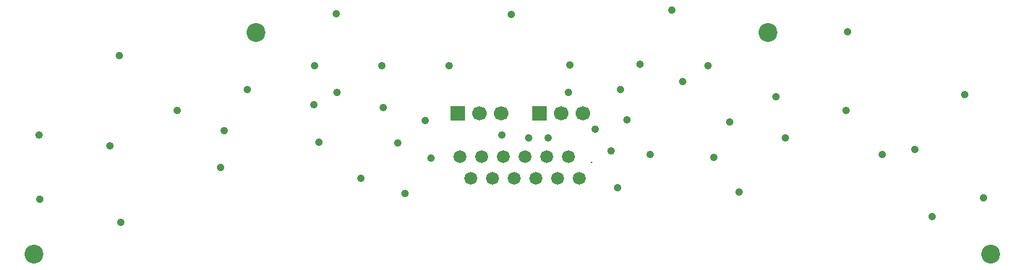
<source format=gbs>
%FSTAX23Y23*%
%MOMM*%
%SFA1B1*%

%IPPOS*%
%ADD35C,1.699997*%
%ADD36R,1.699997X1.699997*%
%ADD37C,0.200000*%
%ADD38C,1.499997*%
%ADD39C,2.199996*%
%ADD40C,0.899998*%
%LNfront_sensor-1*%
%LPD*%
G54D35*
X-01269Y11559D03*
X-03809D03*
X08259D03*
X05719D03*
G54D36*
X-06349Y11559D03*
X03169D03*
G54D37*
X09269Y05739D03*
G54D38*
X-01019Y06479D03*
X00249Y03939D03*
X01519Y06479D03*
X02789Y03939D03*
X04059Y06479D03*
X05329Y03939D03*
X06599Y06479D03*
X07869Y03939D03*
X-02289D03*
X-03559Y06479D03*
X-04829Y03939D03*
X-06099Y06479D03*
G54D39*
X55999Y-04999D03*
X29999Y20999D03*
X-55999Y-04999D03*
X-29999Y20999D03*
G54D40*
X04189Y08639D03*
X12319Y02789D03*
X-22579Y08149D03*
X01899Y08639D03*
X-45849Y-01269D03*
X-12569Y02159D03*
X-34159Y05209D03*
X-55369Y09019D03*
X-45969Y18289D03*
X-20569Y23239D03*
X-00129Y23109D03*
X18669Y23619D03*
X39239Y21079D03*
X52959Y13719D03*
X49149Y-00629D03*
X26539Y02289D03*
X-33699Y09519D03*
X-15109Y12189D03*
X13459Y10799D03*
X19939Y15239D03*
X-23239Y12569D03*
X31999Y08639D03*
X43329Y06719D03*
X23649Y06349D03*
X-09519Y06249D03*
X-10199Y10679D03*
X-13349Y08069D03*
X-01199Y08949D03*
X11549Y07119D03*
X09699Y09649D03*
X16199Y06719D03*
X55199Y01599D03*
X47149Y07299D03*
X39119Y11849D03*
X-55279Y01449D03*
X-47079Y07699D03*
X-39219Y11849D03*
X-31019Y14319D03*
X30879Y13499D03*
X22899Y17119D03*
X-15249Y17099D03*
X-23149D03*
X-07349Y17119D03*
X06599Y13979D03*
X06749Y17169D03*
X14949Y17249D03*
X25449Y10499D03*
X-17669Y03879D03*
X-20519Y13949D03*
X12699Y14319D03*
M02*
</source>
